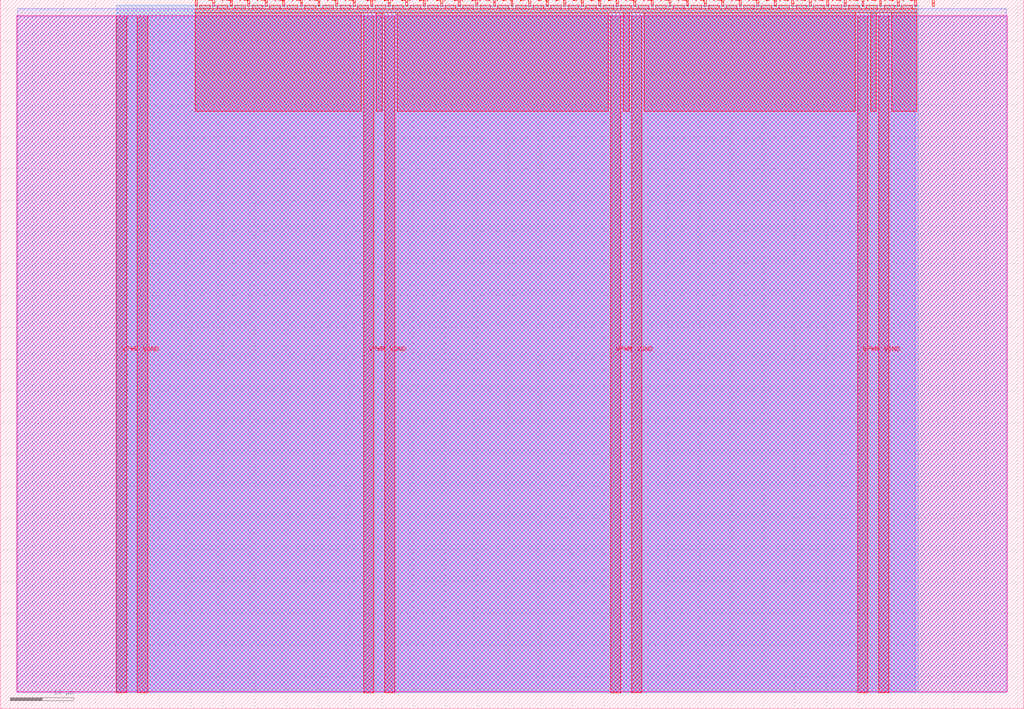
<source format=lef>
VERSION 5.7 ;
  NOWIREEXTENSIONATPIN ON ;
  DIVIDERCHAR "/" ;
  BUSBITCHARS "[]" ;
MACRO tt_um_factory_test
  CLASS BLOCK ;
  FOREIGN tt_um_factory_test ;
  ORIGIN 0.000 0.000 ;
  SIZE 161.000 BY 111.520 ;
  PIN VGND
    DIRECTION INOUT ;
    USE GROUND ;
    PORT
      LAYER met4 ;
        RECT 21.580 2.480 23.180 109.040 ;
    END
    PORT
      LAYER met4 ;
        RECT 60.450 2.480 62.050 109.040 ;
    END
    PORT
      LAYER met4 ;
        RECT 99.320 2.480 100.920 109.040 ;
    END
    PORT
      LAYER met4 ;
        RECT 138.190 2.480 139.790 109.040 ;
    END
  END VGND
  PIN VPWR
    DIRECTION INOUT ;
    USE POWER ;
    PORT
      LAYER met4 ;
        RECT 18.280 2.480 19.880 109.040 ;
    END
    PORT
      LAYER met4 ;
        RECT 57.150 2.480 58.750 109.040 ;
    END
    PORT
      LAYER met4 ;
        RECT 96.020 2.480 97.620 109.040 ;
    END
    PORT
      LAYER met4 ;
        RECT 134.890 2.480 136.490 109.040 ;
    END
  END VPWR
  PIN clk
    DIRECTION INPUT ;
    USE SIGNAL ;
    ANTENNAGATEAREA 0.852000 ;
    PORT
      LAYER met4 ;
        RECT 143.830 110.520 144.130 111.520 ;
    END
  END clk
  PIN ena
    DIRECTION INPUT ;
    USE SIGNAL ;
    PORT
      LAYER met4 ;
        RECT 146.590 110.520 146.890 111.520 ;
    END
  END ena
  PIN rst_n
    DIRECTION INPUT ;
    USE SIGNAL ;
    ANTENNAGATEAREA 0.247500 ;
    PORT
      LAYER met4 ;
        RECT 141.070 110.520 141.370 111.520 ;
    END
  END rst_n
  PIN ui_in[0]
    DIRECTION INPUT ;
    USE SIGNAL ;
    ANTENNAGATEAREA 0.247500 ;
    PORT
      LAYER met4 ;
        RECT 138.310 110.520 138.610 111.520 ;
    END
  END ui_in[0]
  PIN ui_in[1]
    DIRECTION INPUT ;
    USE SIGNAL ;
    ANTENNAGATEAREA 0.196500 ;
    PORT
      LAYER met4 ;
        RECT 135.550 110.520 135.850 111.520 ;
    END
  END ui_in[1]
  PIN ui_in[2]
    DIRECTION INPUT ;
    USE SIGNAL ;
    ANTENNAGATEAREA 0.196500 ;
    PORT
      LAYER met4 ;
        RECT 132.790 110.520 133.090 111.520 ;
    END
  END ui_in[2]
  PIN ui_in[3]
    DIRECTION INPUT ;
    USE SIGNAL ;
    ANTENNAGATEAREA 0.196500 ;
    PORT
      LAYER met4 ;
        RECT 130.030 110.520 130.330 111.520 ;
    END
  END ui_in[3]
  PIN ui_in[4]
    DIRECTION INPUT ;
    USE SIGNAL ;
    ANTENNAGATEAREA 0.196500 ;
    PORT
      LAYER met4 ;
        RECT 127.270 110.520 127.570 111.520 ;
    END
  END ui_in[4]
  PIN ui_in[5]
    DIRECTION INPUT ;
    USE SIGNAL ;
    ANTENNAGATEAREA 0.196500 ;
    PORT
      LAYER met4 ;
        RECT 124.510 110.520 124.810 111.520 ;
    END
  END ui_in[5]
  PIN ui_in[6]
    DIRECTION INPUT ;
    USE SIGNAL ;
    ANTENNAGATEAREA 0.196500 ;
    PORT
      LAYER met4 ;
        RECT 121.750 110.520 122.050 111.520 ;
    END
  END ui_in[6]
  PIN ui_in[7]
    DIRECTION INPUT ;
    USE SIGNAL ;
    ANTENNAGATEAREA 0.196500 ;
    PORT
      LAYER met4 ;
        RECT 118.990 110.520 119.290 111.520 ;
    END
  END ui_in[7]
  PIN uio_in[0]
    DIRECTION INPUT ;
    USE SIGNAL ;
    ANTENNAGATEAREA 0.196500 ;
    PORT
      LAYER met4 ;
        RECT 116.230 110.520 116.530 111.520 ;
    END
  END uio_in[0]
  PIN uio_in[1]
    DIRECTION INPUT ;
    USE SIGNAL ;
    ANTENNAGATEAREA 0.196500 ;
    PORT
      LAYER met4 ;
        RECT 113.470 110.520 113.770 111.520 ;
    END
  END uio_in[1]
  PIN uio_in[2]
    DIRECTION INPUT ;
    USE SIGNAL ;
    ANTENNAGATEAREA 0.196500 ;
    PORT
      LAYER met4 ;
        RECT 110.710 110.520 111.010 111.520 ;
    END
  END uio_in[2]
  PIN uio_in[3]
    DIRECTION INPUT ;
    USE SIGNAL ;
    ANTENNAGATEAREA 0.196500 ;
    PORT
      LAYER met4 ;
        RECT 107.950 110.520 108.250 111.520 ;
    END
  END uio_in[3]
  PIN uio_in[4]
    DIRECTION INPUT ;
    USE SIGNAL ;
    ANTENNAGATEAREA 0.196500 ;
    PORT
      LAYER met4 ;
        RECT 105.190 110.520 105.490 111.520 ;
    END
  END uio_in[4]
  PIN uio_in[5]
    DIRECTION INPUT ;
    USE SIGNAL ;
    ANTENNAGATEAREA 0.196500 ;
    PORT
      LAYER met4 ;
        RECT 102.430 110.520 102.730 111.520 ;
    END
  END uio_in[5]
  PIN uio_in[6]
    DIRECTION INPUT ;
    USE SIGNAL ;
    ANTENNAGATEAREA 0.196500 ;
    PORT
      LAYER met4 ;
        RECT 99.670 110.520 99.970 111.520 ;
    END
  END uio_in[6]
  PIN uio_in[7]
    DIRECTION INPUT ;
    USE SIGNAL ;
    ANTENNAGATEAREA 0.196500 ;
    PORT
      LAYER met4 ;
        RECT 96.910 110.520 97.210 111.520 ;
    END
  END uio_in[7]
  PIN uio_oe[0]
    DIRECTION OUTPUT ;
    USE SIGNAL ;
    ANTENNADIFFAREA 0.445500 ;
    PORT
      LAYER met4 ;
        RECT 49.990 110.520 50.290 111.520 ;
    END
  END uio_oe[0]
  PIN uio_oe[1]
    DIRECTION OUTPUT ;
    USE SIGNAL ;
    ANTENNADIFFAREA 0.445500 ;
    PORT
      LAYER met4 ;
        RECT 47.230 110.520 47.530 111.520 ;
    END
  END uio_oe[1]
  PIN uio_oe[2]
    DIRECTION OUTPUT ;
    USE SIGNAL ;
    ANTENNADIFFAREA 0.445500 ;
    PORT
      LAYER met4 ;
        RECT 44.470 110.520 44.770 111.520 ;
    END
  END uio_oe[2]
  PIN uio_oe[3]
    DIRECTION OUTPUT ;
    USE SIGNAL ;
    ANTENNADIFFAREA 0.445500 ;
    PORT
      LAYER met4 ;
        RECT 41.710 110.520 42.010 111.520 ;
    END
  END uio_oe[3]
  PIN uio_oe[4]
    DIRECTION OUTPUT ;
    USE SIGNAL ;
    ANTENNADIFFAREA 0.445500 ;
    PORT
      LAYER met4 ;
        RECT 38.950 110.520 39.250 111.520 ;
    END
  END uio_oe[4]
  PIN uio_oe[5]
    DIRECTION OUTPUT ;
    USE SIGNAL ;
    ANTENNADIFFAREA 0.445500 ;
    PORT
      LAYER met4 ;
        RECT 36.190 110.520 36.490 111.520 ;
    END
  END uio_oe[5]
  PIN uio_oe[6]
    DIRECTION OUTPUT ;
    USE SIGNAL ;
    ANTENNADIFFAREA 0.445500 ;
    PORT
      LAYER met4 ;
        RECT 33.430 110.520 33.730 111.520 ;
    END
  END uio_oe[6]
  PIN uio_oe[7]
    DIRECTION OUTPUT ;
    USE SIGNAL ;
    ANTENNAGATEAREA 2.103000 ;
    ANTENNADIFFAREA 0.924000 ;
    PORT
      LAYER met4 ;
        RECT 30.670 110.520 30.970 111.520 ;
    END
  END uio_oe[7]
  PIN uio_out[0]
    DIRECTION OUTPUT ;
    USE SIGNAL ;
    ANTENNADIFFAREA 0.643500 ;
    PORT
      LAYER met4 ;
        RECT 72.070 110.520 72.370 111.520 ;
    END
  END uio_out[0]
  PIN uio_out[1]
    DIRECTION OUTPUT ;
    USE SIGNAL ;
    ANTENNADIFFAREA 0.643500 ;
    PORT
      LAYER met4 ;
        RECT 69.310 110.520 69.610 111.520 ;
    END
  END uio_out[1]
  PIN uio_out[2]
    DIRECTION OUTPUT ;
    USE SIGNAL ;
    ANTENNADIFFAREA 0.643500 ;
    PORT
      LAYER met4 ;
        RECT 66.550 110.520 66.850 111.520 ;
    END
  END uio_out[2]
  PIN uio_out[3]
    DIRECTION OUTPUT ;
    USE SIGNAL ;
    ANTENNADIFFAREA 0.643500 ;
    PORT
      LAYER met4 ;
        RECT 63.790 110.520 64.090 111.520 ;
    END
  END uio_out[3]
  PIN uio_out[4]
    DIRECTION OUTPUT ;
    USE SIGNAL ;
    ANTENNADIFFAREA 0.643500 ;
    PORT
      LAYER met4 ;
        RECT 61.030 110.520 61.330 111.520 ;
    END
  END uio_out[4]
  PIN uio_out[5]
    DIRECTION OUTPUT ;
    USE SIGNAL ;
    ANTENNADIFFAREA 0.643500 ;
    PORT
      LAYER met4 ;
        RECT 58.270 110.520 58.570 111.520 ;
    END
  END uio_out[5]
  PIN uio_out[6]
    DIRECTION OUTPUT ;
    USE SIGNAL ;
    ANTENNADIFFAREA 0.643500 ;
    PORT
      LAYER met4 ;
        RECT 55.510 110.520 55.810 111.520 ;
    END
  END uio_out[6]
  PIN uio_out[7]
    DIRECTION OUTPUT ;
    USE SIGNAL ;
    ANTENNADIFFAREA 0.643500 ;
    PORT
      LAYER met4 ;
        RECT 52.750 110.520 53.050 111.520 ;
    END
  END uio_out[7]
  PIN uo_out[0]
    DIRECTION OUTPUT ;
    USE SIGNAL ;
    ANTENNADIFFAREA 1.288000 ;
    PORT
      LAYER met4 ;
        RECT 94.150 110.520 94.450 111.520 ;
    END
  END uo_out[0]
  PIN uo_out[1]
    DIRECTION OUTPUT ;
    USE SIGNAL ;
    ANTENNADIFFAREA 0.891000 ;
    PORT
      LAYER met4 ;
        RECT 91.390 110.520 91.690 111.520 ;
    END
  END uo_out[1]
  PIN uo_out[2]
    DIRECTION OUTPUT ;
    USE SIGNAL ;
    ANTENNADIFFAREA 0.891000 ;
    PORT
      LAYER met4 ;
        RECT 88.630 110.520 88.930 111.520 ;
    END
  END uo_out[2]
  PIN uo_out[3]
    DIRECTION OUTPUT ;
    USE SIGNAL ;
    ANTENNADIFFAREA 0.891000 ;
    PORT
      LAYER met4 ;
        RECT 85.870 110.520 86.170 111.520 ;
    END
  END uo_out[3]
  PIN uo_out[4]
    DIRECTION OUTPUT ;
    USE SIGNAL ;
    ANTENNADIFFAREA 0.891000 ;
    PORT
      LAYER met4 ;
        RECT 83.110 110.520 83.410 111.520 ;
    END
  END uo_out[4]
  PIN uo_out[5]
    DIRECTION OUTPUT ;
    USE SIGNAL ;
    ANTENNADIFFAREA 0.891000 ;
    PORT
      LAYER met4 ;
        RECT 80.350 110.520 80.650 111.520 ;
    END
  END uo_out[5]
  PIN uo_out[6]
    DIRECTION OUTPUT ;
    USE SIGNAL ;
    ANTENNADIFFAREA 0.891000 ;
    PORT
      LAYER met4 ;
        RECT 77.590 110.520 77.890 111.520 ;
    END
  END uo_out[6]
  PIN uo_out[7]
    DIRECTION OUTPUT ;
    USE SIGNAL ;
    ANTENNADIFFAREA 0.891000 ;
    PORT
      LAYER met4 ;
        RECT 74.830 110.520 75.130 111.520 ;
    END
  END uo_out[7]
  OBS
      LAYER nwell ;
        RECT 2.570 2.635 158.430 108.990 ;
      LAYER li1 ;
        RECT 2.760 2.635 158.240 108.885 ;
      LAYER met1 ;
        RECT 2.760 2.480 158.240 110.120 ;
      LAYER met2 ;
        RECT 18.310 2.535 143.890 110.685 ;
      LAYER met3 ;
        RECT 18.290 2.555 144.370 110.665 ;
      LAYER met4 ;
        RECT 31.370 110.120 33.030 110.665 ;
        RECT 34.130 110.120 35.790 110.665 ;
        RECT 36.890 110.120 38.550 110.665 ;
        RECT 39.650 110.120 41.310 110.665 ;
        RECT 42.410 110.120 44.070 110.665 ;
        RECT 45.170 110.120 46.830 110.665 ;
        RECT 47.930 110.120 49.590 110.665 ;
        RECT 50.690 110.120 52.350 110.665 ;
        RECT 53.450 110.120 55.110 110.665 ;
        RECT 56.210 110.120 57.870 110.665 ;
        RECT 58.970 110.120 60.630 110.665 ;
        RECT 61.730 110.120 63.390 110.665 ;
        RECT 64.490 110.120 66.150 110.665 ;
        RECT 67.250 110.120 68.910 110.665 ;
        RECT 70.010 110.120 71.670 110.665 ;
        RECT 72.770 110.120 74.430 110.665 ;
        RECT 75.530 110.120 77.190 110.665 ;
        RECT 78.290 110.120 79.950 110.665 ;
        RECT 81.050 110.120 82.710 110.665 ;
        RECT 83.810 110.120 85.470 110.665 ;
        RECT 86.570 110.120 88.230 110.665 ;
        RECT 89.330 110.120 90.990 110.665 ;
        RECT 92.090 110.120 93.750 110.665 ;
        RECT 94.850 110.120 96.510 110.665 ;
        RECT 97.610 110.120 99.270 110.665 ;
        RECT 100.370 110.120 102.030 110.665 ;
        RECT 103.130 110.120 104.790 110.665 ;
        RECT 105.890 110.120 107.550 110.665 ;
        RECT 108.650 110.120 110.310 110.665 ;
        RECT 111.410 110.120 113.070 110.665 ;
        RECT 114.170 110.120 115.830 110.665 ;
        RECT 116.930 110.120 118.590 110.665 ;
        RECT 119.690 110.120 121.350 110.665 ;
        RECT 122.450 110.120 124.110 110.665 ;
        RECT 125.210 110.120 126.870 110.665 ;
        RECT 127.970 110.120 129.630 110.665 ;
        RECT 130.730 110.120 132.390 110.665 ;
        RECT 133.490 110.120 135.150 110.665 ;
        RECT 136.250 110.120 137.910 110.665 ;
        RECT 139.010 110.120 140.670 110.665 ;
        RECT 141.770 110.120 143.430 110.665 ;
        RECT 30.655 109.440 144.145 110.120 ;
        RECT 30.655 94.015 56.750 109.440 ;
        RECT 59.150 94.015 60.050 109.440 ;
        RECT 62.450 94.015 95.620 109.440 ;
        RECT 98.020 94.015 98.920 109.440 ;
        RECT 101.320 94.015 134.490 109.440 ;
        RECT 136.890 94.015 137.790 109.440 ;
        RECT 140.190 94.015 144.145 109.440 ;
  END
END tt_um_factory_test
END LIBRARY


</source>
